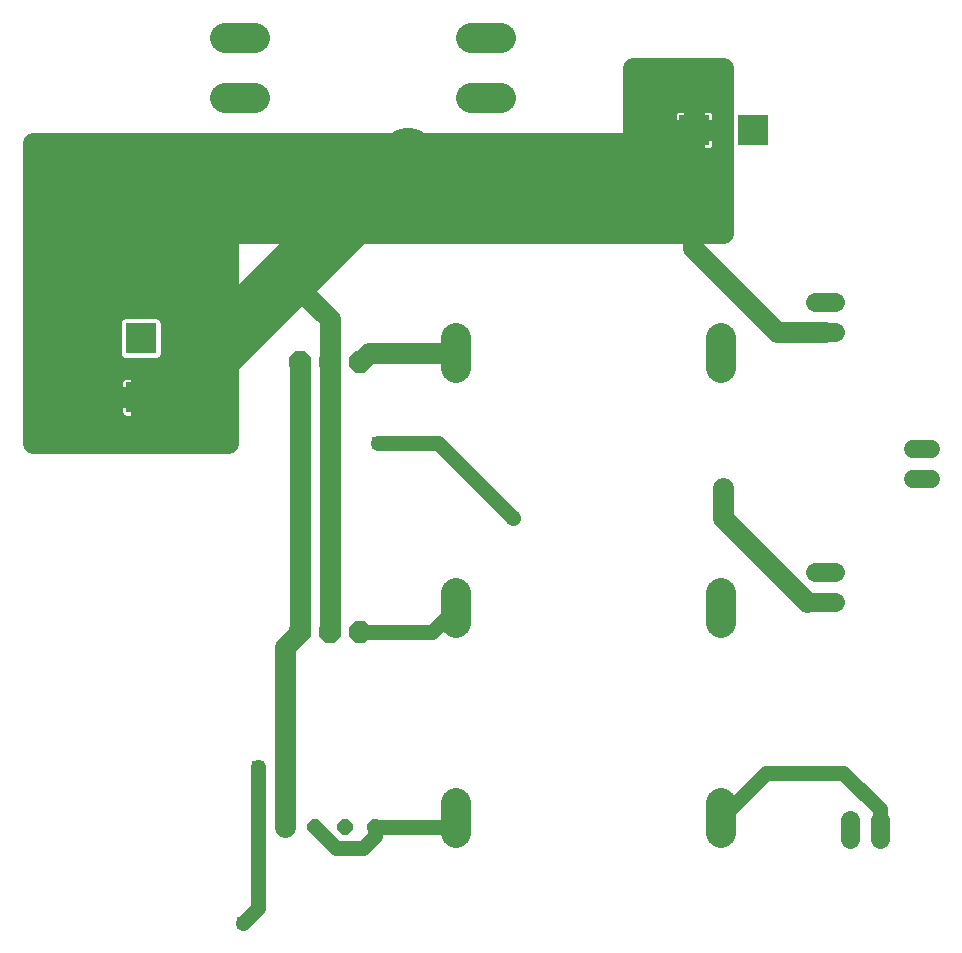
<source format=gbl>
G75*
%MOIN*%
%OFA0B0*%
%FSLAX24Y24*%
%IPPOS*%
%LPD*%
%AMOC8*
5,1,8,0,0,1.08239X$1,22.5*
%
%ADD10C,0.0645*%
%ADD11OC8,0.0709*%
%ADD12OC8,0.0515*%
%ADD13C,0.0594*%
%ADD14C,0.1000*%
%ADD15R,0.0990X0.0990*%
%ADD16C,0.0500*%
%ADD17R,0.0396X0.0396*%
%ADD18C,0.0700*%
%ADD19C,0.1500*%
%ADD20C,0.2000*%
D10*
X027865Y013523D02*
X028510Y013523D01*
X028510Y014523D02*
X027865Y014523D01*
X027865Y022523D02*
X028510Y022523D01*
X028510Y023523D02*
X027865Y023523D01*
X029010Y006248D02*
X029010Y005603D01*
X030010Y005603D02*
X030010Y006248D01*
D11*
X012688Y012523D03*
X011688Y012523D03*
X010688Y012523D03*
X010688Y021523D03*
X011688Y021523D03*
X012688Y021523D03*
D12*
X013188Y006023D03*
X012188Y006023D03*
X011188Y006023D03*
X010188Y006023D03*
D13*
X031116Y017603D02*
X031709Y017603D01*
X031709Y018603D02*
X031116Y018603D01*
D14*
X024730Y021313D02*
X024730Y022313D01*
X024730Y013813D02*
X024730Y012813D01*
X024730Y006813D02*
X024730Y005813D01*
X015870Y005813D02*
X015870Y006813D01*
X015870Y012813D02*
X015870Y013813D01*
X015870Y021313D02*
X015870Y022313D01*
X016400Y030313D02*
X017400Y030313D01*
X017400Y032313D02*
X016400Y032313D01*
X009200Y032313D02*
X008200Y032313D01*
X008200Y030313D02*
X009200Y030313D01*
D15*
X005375Y022297D03*
X005375Y020328D03*
X023816Y029238D03*
X025784Y029238D03*
D16*
X015300Y018813D02*
X013300Y018813D01*
X015300Y018813D02*
X017800Y016313D01*
X015870Y013313D02*
X015080Y012523D01*
X012688Y012523D01*
X009300Y008013D02*
X009300Y003313D01*
X008800Y002813D01*
X011898Y005313D02*
X011188Y006023D01*
X011898Y005313D02*
X012800Y005313D01*
X013188Y005700D01*
X013188Y006023D01*
X015580Y006023D01*
X015870Y006313D01*
X024730Y006313D02*
X026230Y007813D01*
X028800Y007813D01*
X030010Y006603D01*
X030010Y005925D01*
X028188Y013523D02*
X027590Y013523D01*
D17*
X008800Y002813D03*
X009300Y008013D03*
X017800Y016313D03*
X013300Y018813D03*
X024800Y017313D03*
D18*
X024800Y016313D01*
X027590Y013523D01*
X028188Y022523D02*
X026590Y022523D01*
X023800Y025313D01*
X023800Y029313D01*
X023816Y029238D02*
X023816Y030183D01*
X023816Y029238D01*
X023816Y029238D01*
X024761Y029238D01*
X024761Y029768D01*
X024750Y029838D01*
X024728Y029905D01*
X024696Y029969D01*
X024654Y030026D01*
X024604Y030076D01*
X024547Y030118D01*
X024483Y030150D01*
X024416Y030172D01*
X024346Y030183D01*
X023816Y030183D01*
X023285Y030183D01*
X023215Y030172D01*
X023148Y030150D01*
X023085Y030118D01*
X023028Y030076D01*
X022978Y030026D01*
X022936Y029969D01*
X022904Y029905D01*
X022882Y029838D01*
X022871Y029768D01*
X022871Y029238D01*
X023816Y029238D01*
X023816Y029238D01*
X024761Y029238D01*
X024761Y028707D01*
X024750Y028637D01*
X024728Y028570D01*
X024696Y028507D01*
X024654Y028450D01*
X024604Y028399D01*
X024547Y028358D01*
X024483Y028326D01*
X024416Y028304D01*
X024346Y028293D01*
X023816Y028293D01*
X023816Y029238D01*
X023816Y029238D01*
X023816Y029238D01*
X022871Y029238D01*
X022871Y028707D01*
X022882Y028637D01*
X022904Y028570D01*
X022936Y028507D01*
X022978Y028450D01*
X023028Y028399D01*
X023085Y028358D01*
X023148Y028326D01*
X023215Y028304D01*
X023285Y028293D01*
X023816Y028293D01*
X023816Y029238D01*
X023816Y028951D02*
X023816Y028951D01*
X023816Y029650D02*
X023816Y029650D01*
X024761Y029650D02*
X024789Y029650D01*
X024789Y029832D02*
X024789Y028643D01*
X024800Y028617D01*
X024800Y025813D01*
X008300Y025813D01*
X008300Y018813D01*
X001800Y018813D01*
X001800Y028813D01*
X021800Y028813D01*
X021800Y031313D01*
X024800Y031313D01*
X024800Y029858D01*
X024789Y029832D01*
X024800Y030348D02*
X021800Y030348D01*
X021800Y029650D02*
X022871Y029650D01*
X022871Y028951D02*
X021800Y028951D01*
X021800Y031047D02*
X024800Y031047D01*
X024761Y028951D02*
X024789Y028951D01*
X024800Y028253D02*
X001800Y028253D01*
X001800Y027554D02*
X024800Y027554D01*
X024800Y026856D02*
X001800Y026856D01*
X001800Y026157D02*
X024800Y026157D01*
X015870Y021813D02*
X012978Y021813D01*
X012688Y021523D01*
X011688Y021523D02*
X011688Y022925D01*
X010300Y024313D01*
X008300Y024062D02*
X001800Y024062D01*
X001800Y024760D02*
X008300Y024760D01*
X008300Y025459D02*
X001800Y025459D01*
X001800Y023363D02*
X008300Y023363D01*
X008300Y022665D02*
X006370Y022665D01*
X006370Y022891D02*
X006294Y023075D01*
X006153Y023216D01*
X005969Y023292D01*
X004780Y023292D01*
X004597Y023216D01*
X004456Y023075D01*
X004380Y022891D01*
X004380Y021702D01*
X004456Y021519D01*
X004597Y021378D01*
X004780Y021302D01*
X005969Y021302D01*
X006153Y021378D01*
X006294Y021519D01*
X006370Y021702D01*
X006370Y022891D01*
X006370Y021966D02*
X008300Y021966D01*
X008300Y022313D02*
X006316Y020328D01*
X006320Y020328D02*
X006320Y019798D01*
X006309Y019728D01*
X006287Y019661D01*
X006255Y019597D01*
X006213Y019540D01*
X006163Y019490D01*
X006106Y019448D01*
X006043Y019416D01*
X005975Y019394D01*
X005905Y019383D01*
X005375Y019383D01*
X005375Y020328D01*
X005375Y020328D01*
X005375Y020328D01*
X006320Y020328D01*
X006320Y020859D01*
X006309Y020929D01*
X006287Y020996D01*
X006255Y021059D01*
X006213Y021116D01*
X006163Y021166D01*
X006106Y021208D01*
X006043Y021240D01*
X005975Y021262D01*
X005905Y021273D01*
X005375Y021273D01*
X005375Y020328D01*
X005375Y019383D01*
X004844Y019383D01*
X004774Y019394D01*
X004707Y019416D01*
X004644Y019448D01*
X004587Y019490D01*
X004537Y019540D01*
X004495Y019597D01*
X004463Y019661D01*
X004441Y019728D01*
X004430Y019798D01*
X004430Y020328D01*
X005375Y020328D01*
X006320Y020328D01*
X006320Y020569D02*
X008300Y020569D01*
X008300Y019871D02*
X006320Y019871D01*
X005375Y019871D02*
X005375Y019871D01*
X005375Y020328D02*
X005375Y020328D01*
X005375Y020328D01*
X004430Y020328D01*
X004430Y020859D01*
X004441Y020929D01*
X004463Y020996D01*
X004495Y021059D01*
X004537Y021116D01*
X004587Y021166D01*
X004644Y021208D01*
X004707Y021240D01*
X004774Y021262D01*
X004844Y021273D01*
X005375Y021273D01*
X005375Y020328D01*
X005375Y020569D02*
X005375Y020569D01*
X005375Y021268D02*
X005375Y021268D01*
X005941Y021268D02*
X008300Y021268D01*
X008300Y019172D02*
X001800Y019172D01*
X001800Y019871D02*
X004430Y019871D01*
X004430Y020569D02*
X001800Y020569D01*
X001800Y021268D02*
X004808Y021268D01*
X004380Y021966D02*
X001800Y021966D01*
X001800Y022665D02*
X004380Y022665D01*
X010688Y021523D02*
X010688Y012523D01*
X010188Y012023D01*
X010188Y006023D01*
X011688Y012523D02*
X011688Y021523D01*
D19*
X014300Y028313D02*
X022891Y028313D01*
D20*
X014300Y028313D02*
X010300Y024313D01*
X006316Y020328D01*
M02*

</source>
